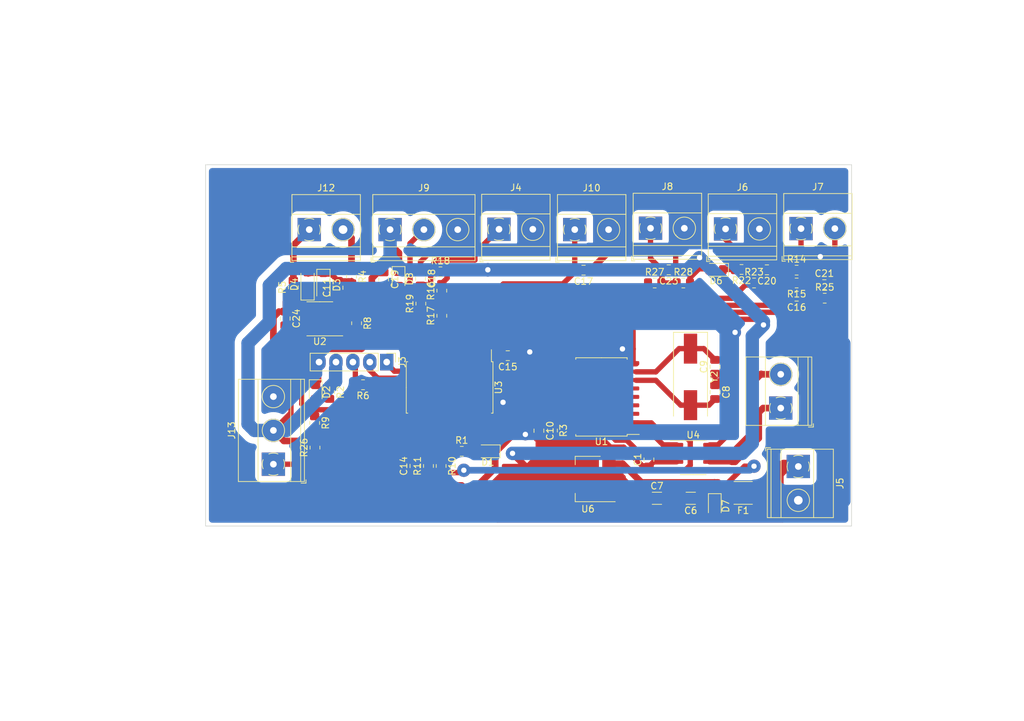
<source format=kicad_pcb>
(kicad_pcb (version 20221018) (generator pcbnew)
  (layers (0 "F.Cu" signal) (31 "B.Cu" signal) (34 "B.Paste" user) (35 "F.Paste" user) (36 "B.SilkS" user "B.Silkscreen") (37 "F.SilkS" user "F.Silkscreen") (38 "B.Mask" user) (39 "F.Mask" user) (44 "Edge.Cuts" user))
  (net 0 "")
  (net 1 "5V")
  (net 2 "Net-(U1-OSC2)")
  (net 3 "Net-(U1-OSC1)")
  (net 4 "Net-(D3-K)")
  (net 5 "Net-(D2-A)")
  (net 6 "Net-(J10-Pin_1)")
  (net 7 "Net-(J4-Pin_1)")
  (net 8 "Net-(J6-Pin_1)")
  (net 9 "Net-(D6-K)")
  (net 10 "12V")
  (net 11 "UART RX")
  (net 12 "UART TX")
  (net 13 "CANH")
  (net 14 "CANHL")
  (net 15 "MISO")
  (net 16 "SCK")
  (net 17 "MOSI")
  (net 18 "Net-(J12-Pin_1)")
  (net 19 "Net-(J12-Pin_2)")
  (net 20 "Net-(U1-~{RESET})")
  (net 21 "Net-(U1-TXCAN)")
  (net 22 "Net-(U1-RXCAN)")
  (net 31 "Engine Block")
  (net 32 "Coolant")
  (net 33 "Net-(J8-Pin_1)")
  (net 34 "Engine Batt+")
  (net 35 "Alternator B+")
  (net 36 "UDPI")
  (net 37 "Net-(U3-~{RESET}{slash}PA0)")
  (net 38 "Net-(D1-A)")
  (net 39 "PB1")
  (net 40 "PC1")
  (net 41 "PA6")
  (net 42 "PB4")
  (net 43 "PB5")
  (net 44 "PA5")
  (net 45 "PC2")
  (net 46 "PB0")
  (net 47 "PA4")
  (net 48 "PA7")
  (net 49 "PC0")
  (net 50 "PC3")
  (footprint "Resistor_SMD:R_0805_2012Metric_Pad1.20x1.40mm_HandSolder" (layer "F.Cu") (at 146.1516 89.8652)
    (fp_text reference "R1")
    (fp_text value "4K7")
  )
  (footprint "TerminalBlock_Phoenix:TerminalBlock_Phoenix_MKDS-1,5-3-5.08_1x03_P5.08mm_Horizontal" (layer "F.Cu") (at 117.8562 91.8006 90)
    (fp_text reference "J13")
    (fp_text value "1Wire")
  )
  (footprint "TerminalBlock_Phoenix:TerminalBlock_Phoenix_MKDS-1,5-2-5.08_1x02_P5.08mm_Horizontal" (layer "F.Cu") (at 123.2408 56.5404)
    (fp_text reference "J12")
    (fp_text value "Flywheel")
  )
  (footprint "Diode_SMD:D_SOD-123" (layer "F.Cu") (at 122.9868 64.77 90)
    (fp_text reference "D4")
    (fp_text value "SJ1" hide)
  )
  (footprint "Package_SO:SOIC-8_3.9x4.9mm_P1.27mm" (layer "F.Cu") (at 180.913 90.805)
    (fp_text reference "U4")
    (fp_text value "TJA1050")
  )
  (footprint "Resistor_SMD:R_0805_2012Metric_Pad1.20x1.40mm_HandSolder" (layer "F.Cu") (at 190.0482 64.5668)
    (fp_text reference "R23")
    (fp_text value "10K")
  )
  (footprint "TerminalBlock_Phoenix:TerminalBlock_Phoenix_MKDS-1,5-2-5.08_1x02_P5.08mm_Horizontal" (layer "F.Cu") (at 196.6974 92.1462 -90)
    (fp_text reference "J5")
    (fp_text value "12V In")
  )
  (footprint "Capacitor_SMD:C_0805_2012Metric_Pad1.18x1.45mm_HandSolder" (layer "F.Cu") (at 200.6092 64.8118)
    (fp_text reference "C21")
    (fp_text value "10nF")
  )
  (footprint "Capacitor_SMD:C_1206_3216Metric_Pad1.33x1.80mm_HandSolder" (layer "F.Cu") (at 180.5432 96.9264 180)
    (fp_text reference "C6")
    (fp_text value "10uF")
  )
  (footprint "Resistor_SMD:R_0805_2012Metric_Pad1.20x1.40mm_HandSolder" (layer "F.Cu") (at 142.9512 62.8904)
    (fp_text reference "R18")
    (fp_text value "4.7K" hide)
  )
  (footprint "TerminalBlock_Phoenix:TerminalBlock_Phoenix_MKDS-1,5-2-5.08_1x02_P5.08mm_Horizontal" (layer "F.Cu") (at 151.7396 56.4898)
    (fp_text reference "J4")
    (fp_text value "NTC3")
  )
  (footprint "Package_SO:SOIC-8_3.9x4.9mm_P1.27mm" (layer "F.Cu") (at 124.8298 69.9516 180)
    (fp_text reference "U2")
    (fp_text value "LM393")
  )
  (footprint "Capacitor_SMD:C_0805_2012Metric_Pad1.18x1.45mm_HandSolder" (layer "F.Cu") (at 174.2582 91.1098 90)
    (fp_text reference "C1")
    (fp_text value "100nF")
  )
  (footprint "Resistor_SMD:R_0805_2012Metric_Pad1.20x1.40mm_HandSolder" (layer "F.Cu") (at 130.3528 70.612 -90)
    (fp_text reference "R8")
    (fp_text value "220K")
  )
  (footprint "Package_TO_SOT_SMD:SOT-223-3_TabPin2" (layer "F.Cu") (at 165.1 94.0308 180)
    (fp_text reference "U6")
    (fp_text value "AMS1117-5.0")
  )
  (footprint "Capacitor_SMD:C_0805_2012Metric_Pad1.18x1.45mm_HandSolder" (layer "F.Cu") (at 153.0604 75.4888 180)
    (fp_text reference "C15")
    (fp_text value "100nF")
  )
  (footprint "TerminalBlock_Phoenix:TerminalBlock_Phoenix_MKDS-1,5-2-5.08_1x02_P5.08mm_Horizontal" (layer "F.Cu") (at 174.498 56.3372)
    (fp_text reference "J8")
    (fp_text value "NTC1")
  )
  (footprint "Package_SO:SOIC-18W_7.5x11.6mm_P1.27mm" (layer "F.Cu") (at 167.132 81.6864 180)
    (fp_text reference "U1")
    (fp_text value "MCP2515-xSO")
  )
  (footprint "Resistor_SMD:R_0805_2012Metric_Pad1.20x1.40mm_HandSolder" (layer "F.Cu") (at 120.8532 65.2272 90)
    (fp_text reference "R5")
    (fp_text value "22K")
  )
  (footprint "Resistor_SMD:R_0805_2012Metric_Pad1.20x1.40mm_HandSolder" (layer "F.Cu") (at 129.5908 63.6016 -90)
    (fp_text reference "R4")
    (fp_text value "22K")
  )
  (footprint "Resistor_SMD:R_0805_2012Metric_Pad1.20x1.40mm_HandSolder" (layer "F.Cu") (at 141.1478 92.0656 90)
    (fp_text reference "R11")
    (fp_text value "47K")
  )
  (footprint "Resistor_SMD:R_0805_2012Metric_Pad1.20x1.40mm_HandSolder" (layer "F.Cu") (at 200.66 66.8528)
    (fp_text reference "R25")
    (fp_text value "10K")
  )
  (footprint "Connector_PinHeader_2.54mm:PinHeader_1x05_P2.54mm_Vertical" (layer "F.Cu") (at 134.874 76.454 -90)
    (fp_text reference "J3")
    (fp_text value "Attiny UDPI")
  )
  (footprint "Resistor_SMD:R_0805_2012Metric_Pad1.20x1.40mm_HandSolder" (layer "F.Cu") (at 188.1686 62.5348 180)
    (fp_text reference "R22")
    (fp_text value "1K")
  )
  (footprint "Package_SO:SOIC-20W_7.5x12.8mm_P1.27mm" (layer "F.Cu") (at 144.3228 80.264 -90)
    (fp_text reference "U3")
    (fp_text value "ATtiny3226-S")
  )
  (footprint "Crystal:Crystal_SMD_HC49-SD" (layer "F.Cu") (at 180.5045 78.681 -90)
    (fp_text reference "Y2")
    (fp_text value " HC-49 16MHz")
  )
  (footprint "TerminalBlock_Phoenix:TerminalBlock_Phoenix_MKDS-1,5-2-5.08_1x02_P5.08mm_Horizontal" (layer "F.Cu") (at 185.7706 56.439)
    (fp_text reference "J6")
    (fp_text value "FuelLevel")
  )
  (footprint "Resistor_SMD:R_0805_2012Metric_Pad1.20x1.40mm_HandSolder" (layer "F.Cu") (at 131.318 79.8576 180)
    (fp_text reference "R6")
    (fp_text value "470R")
  )
  (footprint "Resistor_SMD:R_0805_2012Metric_Pad1.20x1.40mm_HandSolder" (layer "F.Cu") (at 179.4256 64.5668)
    (fp_text reference "R28")
    (fp_text value "4.7K")
  )
  (footprint "Diode_SMD:D_0805_2012Metric_Pad1.15x1.40mm_HandSolder" (layer "F.Cu") (at 184.15 98.0948 -90)
    (fp_text reference "D7")
    (fp_text value "S1J")
  )
  (footprint "Capacitor_SMD:C_0805_2012Metric_Pad1.18x1.45mm_HandSolder" (layer "F.Cu") (at 184.1875 80.967 -90)
    (fp_text reference "C8")
    (fp_text value "18pF")
  )
  (footprint "Resistor_SMD:R_0805_2012Metric_Pad1.20x1.40mm_HandSolder" (layer "F.Cu") (at 143.1544 65.7192 90)
    (fp_text reference "R16")
    (fp_text value "4.7K")
  )
  (footprint "Capacitor_SMD:C_0805_2012Metric_Pad1.18x1.45mm_HandSolder" (layer "F.Cu") (at 139.954 63.9064 -90)
    (fp_text reference "C18")
    (fp_text value "10nF")
  )
  (footprint "TerminalBlock_Phoenix:TerminalBlock_Phoenix_MKDS-1,5-2-5.08_1x02_P5.08mm_Horizontal" (layer "F.Cu") (at 197.104 56.388)
    (fp_text reference "J7")
    (fp_text value "Engine")
  )
  (footprint "Resistor_SMD:R_0805_2012Metric_Pad1.20x1.40mm_HandSolder" (layer "F.Cu") (at 159.766 86.741 -90)
    (fp_text reference "R3")
    (fp_text value "10K")
  )
  (footprint "Capacitor_SMD:C_0805_2012Metric_Pad1.18x1.45mm_HandSolder" (layer "F.Cu") (at 134.4168 64.008 -90)
    (fp_text reference "C19")
    (fp_text value "10nF" hide)
  )
  (footprint "TerminalBlock_Phoenix:TerminalBlock_Phoenix_MKDS-1,5-2-5.08_1x02_P5.08mm_Horizontal" (layer "F.Cu") (at 194.0562 83.3678 90)
    (fp_text reference "J2" hide)
    (fp_text value "CAN")
  )
  (footprint "Diode_SMD:D_0805_2012Metric_Pad1.15x1.40mm_HandSolder" (layer "F.Cu") (at 184.3442 62.5856 180)
    (fp_text reference "D6")
    (fp_text value "S1J")
  )
  (footprint "Fuse:Fuse_1812_4532Metric_Pad1.30x3.40mm_HandSolder" (layer "F.Cu") (at 188.4172 96.1136 180)
    (fp_text reference "F1")
    (fp_text value "Polyfuse")
  )
  (footprint "Resistor_SMD:R_0805_2012Metric_Pad1.20x1.40mm_HandSolder" (layer "F.Cu") (at 140.0048 67.6656 90)
    (fp_text reference "R19")
    (fp_text value "10K")
  )
  (footprint "Capacitor_SMD:C_0805_2012Metric_Pad1.18x1.45mm_HandSolder" (layer "F.Cu") (at 157.734 86.7664 -90)
    (fp_text reference "C10")
    (fp_text value "100nF")
  )
  (footprint "LED_SMD:LED_0805_2012Metric_Pad1.15x1.40mm_HandSolder" (layer "F.Cu") (at 124.206 80.9662 -90)
    (fp_text reference "D2")
    (fp_text value "LED")
  )
  (footprint "Capacitor_SMD:C_1206_3216Metric_Pad1.33x1.80mm_HandSolder" (layer "F.Cu") (at 175.4632 96.9264)
    (fp_text reference "C7")
    (fp_text value "10uF")
  )
  (footprint "Capacitor_SMD:C_0805_2012Metric_Pad1.18x1.45mm_HandSolder" (layer "F.Cu") (at 177.2412 62.5856 180)
    (fp_text reference "C23")
    (fp_text value "10nF")
  )
  (footprint "Capacitor_SMD:C_0805_2012Metric_Pad1.18x1.45mm_HandSolder" (layer "F.Cu") (at 119.634 69.9008 -90)
    (fp_text reference "C24")
    (fp_text value "100nF")
  )
  (footprint "Resistor_SMD:R_0805_2012Metric_Pad1.20x1.40mm_HandSolder" (layer "F.Cu") (at 143.0528 92.0656 -90)
    (fp_text reference "R10")
    (fp_text value "100K")
  )
  (footprint "Capacitor_SMD:C_0805_2012Metric_Pad1.18x1.45mm_HandSolder" (layer "F.Cu") (at 191.9786 62.5856 180)
    (fp_text reference "C20")
    (fp_text value "10nF")
  )
  (footprint "Capacitor_SMD:C_0805_2012Metric_Pad1.18x1.45mm_HandSolder" (layer "F.Cu") (at 196.4436 66.548 180)
    (fp_text reference "C16")
    (fp_text value "1nF")
  )
  (footprint "TerminalBlock_Phoenix:TerminalBlock_Phoenix_MKDS-1,5-3-5.08_1x03_P5.08mm_Horizontal" (layer "F.Cu") (at 135.382 56.5404)
    (fp_text reference "J9")
    (fp_text value "Oil Pressure")
  )
  (footprint "Capacitor_SMD:C_0805_2012Metric_Pad1.18x1.45mm_HandSolder" (layer "F.Cu") (at 184.1875 77.157 90)
    (fp_text reference "C9")
    (fp_text value "18pF")
  )
  (footprint "Capacitor_SMD:C_0805_2012Metric_Pad1.18x1.45mm_HandSolder" (layer "F.Cu") (at 164.4396 62.6364 180)
    (fp_text reference "C17")
    (fp_text value "10nF")
  )
  (footprint "LED_SMD:LED_0805_2012Metric_Pad1.15x1.40mm_HandSolder" (layer "F.Cu") (at 150.0632 89.8652 180)
    (fp_text reference "D1")
    (fp_text value "LED")
  )
  (footprint "Resistor_SMD:R_0805_2012Metric_Pad1.20x1.40mm_HandSolder" (layer "F.Cu") (at 143.1544 69.4944 90)
    (fp_text reference "R17")
    (fp_text value "10K")
  )
  (footprint "Resistor_SMD:R_0805_2012Metric_Pad1.20x1.40mm_HandSolder" (layer "F.Cu") (at 196.4436 64.5668 180)
    (fp_text reference "R15")
    (fp_text value "47K")
  )
  (footprint "Diode_SMD:D_SOD-123" (layer "F.Cu") (at 125.3744 64.8716 -90)
    (fp_text reference "D3")
    (fp_text value "SJ1")
  )
  (footprint "Capacitor_SMD:C_0805_2012Metric_Pad1.18x1.45mm_HandSolder" (layer "F.Cu") (at 139.1158 92.0656 90)
    (fp_text reference "C14")
    (fp_text value "1nF")
  )
  (footprint "Resistor_SMD:R_0805_2012Metric_Pad1.20x1.40mm_HandSolder" (layer "F.Cu") (at 126.2888 80.9752 -90)
    (fp_text reference "R2")
    (fp_text value "4K7")
  )
  (footprint "Resistor_SMD:R_0805_2012Metric_Pad1.20x1.40mm_HandSolder" (layer "F.Cu") (at 124.0536 85.598 -90)
    (fp_text reference "R9")
    (fp_text value "10K")
  )
  (footprint "TerminalBlock_Phoenix:TerminalBlock_Phoenix_MKDS-1,5-2-5.08_1x02_P5.08mm_Horizontal" (layer "F.Cu") (at 163.1188 56.5404)
    (fp_text reference "J10")
    (fp_text value "NTC2")
  )
  (footprint "Diode_SMD:D_0805_2012Metric_Pad1.15x1.40mm_HandSolder" (layer "F.Cu") (at 136.652 63.9572 -90)
    (fp_text reference "D8")
    (fp_text value "S1J")
  )
  (footprint "Capacitor_SMD:C_0805_2012Metric_Pad1.18x1.45mm_HandSolder" (layer "F.Cu") (at 127.5588 65.278 90)
    (fp_text reference "C11")
    (fp_text value "470nF")
  )
  (footprint "Resistor_SMD:R_0805_2012Metric_Pad1.20x1.40mm_HandSolder" (layer "F.Cu") (at 124.1044 89.3064 90)
    (fp_text reference "R26")
    (fp_text value "4K7" hide)
  )
  (footprint "Resistor_SMD:R_0805_2012Metric_Pad1.20x1.40mm_HandSolder" (layer "F.Cu") (at 175.1236 64.5668)
    (fp_text reference "R27")
    (fp_text value "10K")
  )
  (footprint "Resistor_SMD:R_0805_2012Metric_Pad1.20x1.40mm_HandSolder" (layer "F.Cu") (at 196.4436 62.6364)
    (fp_text reference "R14")
    (fp_text value "100K")
  )
  (gr_rect (start 107.6706 46.7868) (end 204.6986 101.092) (stroke (width 0.1)) (fill none) (layer "Edge.Cuts"))
  (gr_text "N2K Engine Monitor (c) Me 2024" (at 108.9152 98.9076) (layer "F.Cu") (effects (font (size 1.5 1.5) (thickness 0.3) bold) (justify left bottom)))
  (segment (start 119.4015 71.1708) (end 119.634 70.9383) (width 0.8) (layer "F.Cu") (net 1))
  (segment (start 127.1982 78.9542) (end 127.1066 78.9542) (width 1) (layer "F.Cu") (net 1))
  (segment (start 127.1066 78.9542) (end 126.1364 79.9244) (width 1) (layer "F.Cu") (net 1))
  (segment (start 158.004 87.741) (end 157.734 88.011) (width 0.5) (layer "F.Cu") (net 1))
  (segment (start 191.7192 70.612) (end 191.4652 70.866) (width 0.8) (layer "F.Cu") (net 1))
  (segment (start 168.25 94.0308) (end 161.95 94.0308) (width 1) (layer "F.Cu") (net 1))
  (segment (start 160.3756 94.0308) (end 157.734 91.3892) (width 1) (layer "F.Cu") (net 1))
  (segment (start 120.4976 72.1868) (end 120.4976 84.0792) (width 0.8) (layer "F.Cu") (net 1))
  (segment (start 136.7028 62.8814) (end 136.652 62.9322) (width 1) (layer "F.Cu") (net 1))
  (segment (start 181.7624 62.4332) (end 183.2774 62.4332) (width 0.8) (layer "F.Cu") (net 1))
  (segment (start 150.0378 75.614) (end 150.0378 74.4982) (width 0.8) (layer "F.Cu") (net 1))
  (segment (start 160.163 87.741) (end 160.909 86.995) (width 0.5) (layer "F.Cu") (net 1))
  (segment (start 119.4015 72.0852) (end 119.4015 71.1708) (width 0.8) (layer "F.Cu") (net 1))
  (segment (start 120.8278 71.8566) (end 120.4976 72.1868) (width 0.8) (layer "F.Cu") (net 1))
  (segment (start 136.7028 60.0456) (end 136.7028 62.8814) (width 1) (layer "F.Cu") (net 1))
  (segment (start 120.8278 71.8566) (end 120.5992 72.0852) (width 0.8) (layer "F.Cu") (net 1))
  (segment (start 161.95 94.0308) (end 160.3756 94.0308) (width 1) (layer "F.Cu") (net 1))
  (segment (start 161.036 86.868) (end 160.909 86.995) (width 0.8) (layer "F.Cu") (net 1))
  (segment (start 149.7584 62.8904) (end 150.0632 62.5856) (width 0.8) (layer "F.Cu") (net 1))
  (segment (start 150.0378 74.4982) (end 154.5168 70.0192) (width 0.8) (layer "F.Cu") (net 1))
  (segment (start 190.6184 70.0192) (end 191.4652 70.866) (width 0.8) (layer "F.Cu") (net 1))
  (segment (start 150.0378 75.614) (end 151.8977 75.614) (width 0.8) (layer "F.Cu") (net 1))
  (segment (start 181.864 60.7568) (end 181.864 62.3316) (width 0.8) (layer "F.Cu") (net 1))
  (segment (start 120.4976 84.0792) (end 117.8562 86.7206) (width 0.8) (layer "F.Cu") (net 1))
  (segment (start 122.3548 71.8566) (end 120.8278 71.8566) (width 0.8) (layer "F.Cu") (net 1))
  (segment (start 154.5168 70.0192) (end 190.6184 70.0192) (width 0.8) (layer "F.Cu") (net 1))
  (segment (start 174.9655 91.44) (end 174.2582 92.1473) (width 0.8) (layer "F.Cu") (net 1))
  (segment (start 124.1044 88.3064) (end 119.442 88.3064) (width 1) (layer "F.Cu") (net 1))
  (segment (start 119.442 88.3064) (end 117.8562 86.7206) (width 1) (layer "F.Cu") (net 1))
  (segment (start 157.734 91.3892) (end 157.734 87.8039) (width 1) (layer "F.Cu") (net 1))
  (segment (start 136.4996 62.7798) (end 136.652 62.9322) (width 0.8) (layer "F.Cu") (net 1))
  (segment (start 127.1982 78.9542) (end 127.1982 76.6064) (width 1) (layer "F.Cu") (net 1))
  (segment (start 135.382 58.7248) (end 136.7028 60.0456) (width 1) (layer "F.Cu") (net 1))
  (segment (start 151.8977 75.614) (end 152.0229 75.4888) (width 0.8) (layer "F.Cu") (net 1))
  (segment (start 159.766 87.741) (end 160.163 87.741) (width 0.5) (layer "F.Cu") (net 1))
  (segment (start 180.4256 63.77) (end 181.7624 62.4332) (width 0.8) (layer "F.Cu") (net 1))
  (segment (start 161.2638 89.2388) (end 159.766 87.741) (width 0.8) (layer "F.Cu") (net 1))
  (segment (start 143.9512 63.8368) (end 143.1544 64.6336) (width 0.8) (layer "F.Cu") (net 1))
  (segment (start 170.468 89.2388) (end 161.2638 89.2388) (width 0.8) (layer "F.Cu") (net 1))
  (segment (start 135.382 56.5404) (end 135.382 58.7248) (width 1) (layer "F.Cu") (net 1))
  (segment (start 120.5992 72.0852) (end 119.4015 72.0852) (width 0.8) (layer "F.Cu") (net 1))
  (segment (start 143.9512 62.8904) (end 149.7584 62.8904) (width 0.8) (layer "F.Cu") (net 1))
  (segment (start 173.3257 92.1473) (end 173.3257 92.0965) (width 0.8) (layer "F.Cu") (net 1))
  (segment (start 170.2816 94.0308) (end 168.25 94.0308) (width 1) (layer "F.Cu") (net 1))
  (segment (start 173.3257 92.0965) (end 170.468 89.2388) (width 0.8) (layer "F.Cu") (net 1))
  (segment (start 161.95 94.0308) (end 157.6324 94.0308) (width 1) (layer "F.Cu") (net 1))
  (segment (start 178.438 91.44) (end 174.9655 91.44) (width 0.8) (layer "F.Cu") (net 1))
  (segment (start 183.2774 62.4332) (end 183.3282 62.484) (width 0.8) (layer "F.Cu") (net 1))
  (segment (start 124.0536 86.598) (end 124.0536 88.2556) (width 1) (layer "F.Cu") (net 1))
  (segment (start 181.864 62.3316) (end 181.7624 62.4332) (width 0.8) (layer "F.Cu") (net 1))
  (segment (start 162.482 86.868) (end 161.036 86.868) (width 0.8) (layer "F.Cu") (net 1))
  (segment (start 159.766 87.741) (end 158.004 87.741) (width 0.5) (layer "F.Cu") (net 1))
  (segment (start 180.4256 64.5668) (end 180.4256 63.77) (width 0.8) (layer "F.Cu") (net 1))
  (segment (start 143.9512 62.8904) (end 143.9512 63.8368) (width 0.8) (layer "F.Cu") (net 1))
  (segment (start 157.6324 94.0308) (end 153.7716 90.17) (width 1) (layer "F.Cu") (net 1))
  (segment (start 173.3257 92.1473) (end 174.2582 92.1473) (width 1) (layer "F.Cu") (net 1))
  (segment (start 173.1772 96.9264) (end 170.2816 94.0308) (width 1) (layer "F.Cu") (net 1))
  (segment (start 124.0536 88.2556) (end 124.1044 88.3064) (width 1) (layer "F.Cu") (net 1))
  (via (at 181.864 60.7568) (size 2) (drill 0.8) (layers "F.Cu" "B.Cu") (net 1))
  (via (at 153.7716 90.17) (size 2) (drill 0.8) (layers "F.Cu" "B.Cu") (net 1))
  (via (at 150.0632 62.5856) (size 2) (drill 0.8) (layers "F.Cu" "B.Cu") (net 1))
  (via (at 191.4652 70.866) (size 1.8) (drill 0.8) (layers "F.Cu" "B.Cu") (net 1))
  (segment (start 189.7888 72.5424) (end 191.4652 70.866) (width 2) (layer "B.Cu") (net 1))
  (segment (start 114.4524 86.1568) (end 115.0162 86.7206) (width 2) (layer "B.Cu") (net 1))
  (segment (start 117.2464 64.9224) (end 117.2464 70.4088) (width 2) (layer "B.Cu") (net 1))
  (segment (start 153.7716 90.17) (end 188.2648 90.17) (width 2) (layer "B.Cu") (net 1))
  (segment (start 114.046 73.6092) (end 114.046 85.7504) (width 2) (layer "B.Cu") (net 1))
  (segment (start 117.2464 70.4088) (end 114.046 73.6092) (width 2) (layer "B.Cu") (net 1))
  (segment (start 127.1982 79.3546) (end 119.8322 86.7206) (width 2) (layer "B.Cu") (net 1))
  (segment (start 127.1982 76.6064) (end 127.1982 77.3786) (width 1) (layer "B.Cu") (net 1))
  (segment (start 119.8322 86.7206) (end 117.8562 86.7206) (width 2) (layer "B.Cu") (net 1))
  (segment (start 150.0632 62.5856) (end 137.2108 62.5856) (width 2) (layer "B.Cu") (net 1))
  (segment (start 180.0352 62.5856) (end 150.0632 62.5856) (width 2) (layer "B.Cu") (net 1))
  (segment (start 188.2648 90.17) (end 189.7888 88.646) (width 2) (layer "B.Cu") (net 1))
  (segment (start 181.864 60.7568) (end 180.0352 62.5856) (width 2) (layer "B.Cu") (net 1))
  (segment (start 189.7888 88.646) (end 189.7888 72.5424) (width 2) (layer "B.Cu") (net 1))
  (segment (start 181.864 60.7568) (end 191.4652 70.358) (width 2) (layer "B.Cu") (net 1))
  (segment (start 181.356 61.2648) (end 181.864 60.7568) (width 2) (layer "B.Cu") (net 1))
  (segment (start 191.4652 70.866) (end 191.8208 70.5104) (width 1) (layer "B.Cu") (net 1))
  (segment (start 135.382 60.7568) (end 133.7564 62.3824) (width 2) (layer "B.Cu") (net 1))
  (segment (start 119.7864 62.3824) (end 117.2464 64.9224) (width 2) (layer "B.Cu") (net 1))
  (segment (start 191.4652 70.358) (end 191.4652 70.866) (width 0.8) (layer "B.Cu") (net 1))
  (segment (start 135.382 60.7568) (end 135.382 56.5404) (width 2) (layer "B.Cu") (net 1))
  (segment (start 127.1982 77.3786) (end 127.1982 79.3546) (width 2) (layer "B.Cu") (net 1))
  (segment (start 114.046 85.7504) (end 114.4524 86.1568) (width 2) (layer "B.Cu") (net 1))
  (segment (start 137.2108 62.5856) (end 135.382 60.7568) (width 2) (layer "B.Cu") (net 1))
  (segment (start 133.7564 62.3824) (end 119.7864 62.3824) (width 2) (layer "B.Cu") (net 1))
  (segment (start 115.0162 86.7206) (end 117.8562 86.7206) (width 2) (layer "B.Cu") (net 1))
  (segment (start 175.2975 79.189) (end 179.0395 82.931) (width 0.8) (layer "F.Cu") (net 2))
  (segment (start 180.5045 82.931) (end 183.261 82.931) (width 0.8) (layer "F.Cu") (net 2))
  (segment (start 183.261 82.931) (end 184.1875 82.0045) (width 0.8) (layer "F.Cu") (net 2))
  (segment (start 179.0395 82.931) (end 180.5045 82.931) (width 0.8) (layer "F.Cu") (net 2))
  (segment (start 172.3275 79.189) (end 175.2975 79.189) (width 0.8) (layer "F.Cu") (net 2))
  (segment (start 175.2975 77.919) (end 172.3275 77.919) (width 0.8) (layer "F.Cu") (net 3))
  (segment (start 182.499 74.431) (end 184.1875 76.1195) (width 0.8) (layer "F.Cu") (net 3))
  (segment (start 178.7855 74.431) (end 175.2975 77.919) (width 0.8) (layer "F.Cu") (net 3))
  (segment (start 180.5045 74.431) (end 182.499 74.431) (width 0.8) (layer "F.Cu") (net 3))
  (segment (start 180.5045 74.431) (end 178.7855 74.431) (width 0.8) (layer "F.Cu") (net 3))
  (segment (start 130.3528 67.6363) (end 130.3528 69.612) (width 0.8) (layer "F.Cu") (net 4))
  (segment (start 129.8233 67.1068) (end 130.3528 67.6363) (width 0.8) (layer "F.Cu") (net 4))
  (segment (start 125.3744 63.2216) (end 126.5399 63.2216) (width 0.8) (layer "F.Cu") (net 4))
  (segment (start 127.3048 69.3166) (end 130.0574 69.3166) (width 0.8) (layer "F.Cu") (net 4))
  (segment (start 130.0574 69.3166) (end 130.3528 69.612) (width 0.8) (layer "F.Cu") (net 4))
  (segment (start 122.9868 63.12) (end 125.2728 63.12) (width 0.8) (layer "F.Cu") (net 4))
  (segment (start 123.0884 63.2216) (end 122.9868 63.12) (width 0.8) (layer "F.Cu") (net 4))
  (segment (start 129.2297 64.2405) (end 129.5908 64.6016) (width 0.8) (layer "F.Cu") (net 4))
  (segment (start 126.5399 63.2216) (end 127.5588 64.2405) (width 0.8) (layer "F.Cu") (net 4))
  (segment (start 125.2728 63.12) (end 125.3744 63.2216) (width 0.8) (layer "F.Cu") (net 4))
  (segment (start 127.5588 64.2405) (end 129.2297 64.2405) (width 0.8) (layer "F.Cu") (net 4))
  (segment (start 129.5615 64.2405) (end 129.5908 64.2112) (width 0.8) (layer "F.Cu") (net 4))
  (segment (start 129.8233 64.4437) (end 129.8233 67.1068) (width 0.8) (layer "F.Cu") (net 4))
  (segment (start 129.5908 64.2112) (end 129.8233 64.4437) (width 0.8) (layer "F.Cu") (net 4))
  (segment (start 126.2888 81.9752) (end 124.222 81.9752) (width 1) (layer "F.Cu") (net 5))
  (segment (start 124.222 81.9752) (end 124.206 81.9912) (width 1) (layer "F.Cu") (net 5))
  (segment (start 163.1188 56.5404) (end 163.1188 62.3531) (width 0.8) (layer "F.Cu") (net 6))
  (segment (start 161.3365 64.702) (end 163.4021 62.6364) (width 0.8) (layer "F.Cu") (net 6))
  (segment (start 150.388276 66.7192) (end 152.405476 64.702) (width 0.8) (layer "F.Cu") (net 6))
  (segment (start 163.4529 56.8745) (end 163.1188 56.5404) (width 0.8) (layer "F.Cu") (net 6))
  (segment (start 143.1544 66.7192) (end 150.388276 66.7192) (width 0.8) (layer "F.Cu") (net 6))
  (segment (start 152.405476 64.702) (end 161.3365 64.702) (width 0.8) (layer "F.Cu") (net 6))
  (segment (start 163.4529 56.6079) (end 163.6218 56.439) (width 0.8) (layer "F.Cu") (net 6))
  (segment (start 163.1188 62.3531) (end 163.4021 62.6364) (width 0.8) (layer "F.Cu") (net 6))
  (segment (start 143.1544 68.4944) (end 143.1544 66.6336) (width 0.8) (layer "F.Cu") (net 6))
  (segment (start 148.128 61.1124) (end 148.128 60.1014) (width 0.8) (layer "F.Cu") (net 7))
  (segment (start 140.0771 64.8208) (end 141.478 64.8208) (width 0.8) (layer "F.Cu") (net 7))
  (segment (start 141.478 63.3636) (end 141.9512 62.8904) (width 0.8) (layer "F.Cu") (net 7))
  (segment (start 140.0048 66.6656) (end 140.0048 64.9947) (width 0.8) (layer "F.Cu") (net 7))
  (segment (start 148.128 60.1014) (end 151.7396 56.4898) (width 0.8) (layer "F.Cu") (net 7))
  (segment (start 140.0048 64.9947) (end 139.954 64.9439) (width 0.8) (layer "F.Cu") (net 7))
  (segment (start 142.4432 61.1124) (end 148.128 61.1124) (width 0.8) (layer "F.Cu") (net 7))
  (segment (start 139.954 64.9439) (end 140.0771 64.8208) (width 0.8) (layer "F.Cu") (net 7))
  (segment (start 141.9512 61.6044) (end 142.4432 61.1124) (width 0.8) (layer "F.Cu") (net 7))
  (segment (start 141.9512 62.8904) (end 141.9512 61.6044) (width 0.8) (layer "F.Cu") (net 7))
  (segment (start 141.478 64.8208) (end 141.478 63.3636) (width 0.8) (layer "F.Cu") (net 7))
  (segment (start 191.0615 64.4652) (end 191.0615 62.6767) (width 0.8) (layer "F.Cu") (net 8))
  (segment (start 191.0615 62.6767) (end 190.945 62.5602) (width 0.8) (layer "F.Cu") (net 8))
  (segment (start 185.7706 56.439) (end 185.7706 58.0086) (width 0.8) (layer "F.Cu") (net 8))
  (segment (start 190.945 64.4277) (end 190.9825 64.4652) (width 0.5) (layer "F.Cu") (net 8))
  (segment (start 185.7706 58.0086) (end 189.1686 61.4066) (width 0.8) (layer "F.Cu") (net 8))
  (segment (start 190.945 62.5602) (end 189.1725 62.5602) (width 0.8) (layer "F.Cu") (net 8))
  (segment (start 190.945 62.5602) (end 190.945 64.4277) (width 0.5) (layer "F.Cu") (net 8))
  (segment (start 189.1686 62.5348) (end 189.1686 61.4066) (width 0.8) (layer "F.Cu") (net 8))
  (segment (start 187.1686 62.5348) (end 185.429 62.5348) (width 0.8) (layer "F.Cu") (net 9))
  (segment (start 185.429 62.5348) (end 185.3782 62.484) (width 0.8) (layer "F.Cu") (net 9))
  (segment (start 190.6422 96.1136) (end 190.6422 95.4718) (width 0.8) (layer "F.Cu") (net 10))
  (segment (start 193.4972 95.5548) (end 191.201 95.5548) (width 2) (layer "F.Cu") (net 10))
  (segment (start 196.6974 92.1462) (end 194.5182 92.1462) (width 2) (layer "F.Cu") (net 10))
  (segment (start 194.5182 92.1462) (end 193.4972 93.1672) (width 2) (layer "F.Cu") (net 10))
  (segment (start 193.4972 93.1672) (end 193.4972 95.5548) (width 2) (layer "F.Cu") (net 10))
  (segment (start 191.201 95.5548) (end 190.6422 96.1136) (width 1) (layer "F.Cu") (net 10))
  (segment (start 132.2782 77.6164) (end 132.2782 76.6064) (width 0.8) (layer "F.Cu") (net 11))
  (segment (start 132.2782 77.6174) (end 132.2782 76.6064) (width 0.8) (layer "F.Cu") (net 11))
  (segment (start 139.626924 78.8756) (end 133.5374 78.8756) (width 0.8) (layer "F.Cu") (net 11))
  (segment (start 141.1478 75.614) (end 141.1478 77.354724) (width 0.8) (layer "F.Cu") (net 11))
  (segment (start 141.1478 77.354724) (end 139.626924 78.8756) (width 0.8) (layer "F.Cu") (net 11))
  (segment (start 133.5374 78.8756) (end 132.2782 77.6164) (width 0.8) (layer "F.Cu") (net 11))
  (segment (start 139.9032 76.5556) (end 139.9032 77.1144) (width 0.8) (layer "F.Cu") (net 12))
  (segment (start 139.8778 76.5302) (end 139.9032 76.5556) (width 0.8) (layer "F.Cu") (net 12))
  (segment (start 136.0374 77.8256) (end 134.8182 76.6064) (width 0.8) (layer "F.Cu") (net 12))
  (segment (start 139.8778 75.614) (end 139.8778 76.5302) (width 0.8) (layer "F.Cu") (net 12))
  (segment (start 139.9032 77.1144) (end 139.192 77.8256) (width 0.8) (layer "F.Cu") (net 12))
  (segment (start 139.192 77.8256) (end 136.0374 77.8256) (width 0.8) (layer "F.Cu") (net 12))
  (segment (start 189.504 79.8376) (end 189.504 87.366234) (width 1) (layer "F.Cu") (net 13))
  (segment (start 191.1096 78.232) (end 189.504 79.8376) (width 1) (layer "F.Cu") (net 13))
  (segment (start 183.388 90.17) (end 186.152233 90.17) (width 0.8) (layer "F.Cu") (net 13))
  (segment (start 186.680234 90.19) (end 186.172233 90.19) (width 1) (layer "F.Cu") (net 13))
  (segment (start 194.0562 78.2878) (end 191.1654 78.2878) (width 1) (layer "F.Cu") (net 13))
  (segment (start 189.504 87.366234) (end 186.680234 90.19) (width 1) (layer "F.Cu") (net 13))
  (segment (start 191.1654 78.2878) (end 191.1096 78.232) (width 1) (layer "F.Cu") (net 13))
  (segment (start 186.152233 90.17) (end 186.172233 90.19) (width 0.8) (layer "F.Cu") (net 13))
  (segment (start 186.69 91.44) (end 187.198 91.44) (width 1) (layer "F.Cu") (net 14))
  (segment (start 190.754 84.0232) (end 191.4094 83.3678) (width 1) (layer "F.Cu") (net 14))
  (segment (start 187.198 91.44) (end 190.754 87.884) (width 1) (layer "F.Cu") (net 14))
  (segment (start 191.4094 83.3678) (end 194.0562 83.3678) (width 1) (layer "F.Cu") (net 14))
  (segment (start 183.388 91.44) (end 186.69 91.44) (width 0.8) (layer "F.Cu") (net 14))
  (segment (start 190.754 87.884) (end 190.754 84.0232) (width 1) (layer "F.Cu") (net 14))
  (segment (start 165.6588 75.8444) (end 164.338 74.5236) (width 0.8) (layer "F.Cu") (net 15))
  (segment (start 164.4396 82.9564) (end 165.6588 81.7372) (width 0.8) (layer "F.Cu") (net 15))
  (segment (start 162.482 82.9564) (end 164.4396 82.9564) (width 0.8) (layer "F.Cu") (net 15))
  (segment (start 161.1884 74.5236) (end 156.3456 79.3664) (width 0.8) (layer "F.Cu") (net 15))
  (segment (start 151.805044 79.3664) (end 153.416 79.3664) (width 0.8) (layer "F.Cu") (net 15))
  (segment (start 165.6588 81.7372) (end 165.6588 75.8444) (width 0.8) (layer "F.Cu") (net 15))
  (segment (start 164.338 74.5236) (end 161.1884 74.5236) (width 0.8) (layer "F.Cu") (net 15))
  (segment (start 156.3456 79.3664) (end 153.416 79.3664) (width 0.8) (layer "F.Cu") (net 15))
  (segment (start 147.4978 84.914) (end 147.4978 83.673644) (width 0.8) (layer "F.Cu") (net 15))
  (segment (start 147.4978 83.673644) (end 151.805044 79.3664) (width 0.8) (layer "F.Cu") (net 15))
  (segment (start 152.239968 80.4164) (end 162.482 80.4164) (width 0.8) (layer "F.Cu") (net 16))
  (segment (start 148.7678 83.888568) (end 152.239968 80.4164) (width 0.8) (layer "F.Cu") (net 16))
  (segment (start 148.7678 84.914) (end 148.7678 83.888568) (width 0.8) (layer "F.Cu") (net 16))
  (segment (start 147.016429 86.589) (end 151.3582 86.589) (width 0.8) (layer "F.Cu") (net 17))
  (segment (start 146.2278 85.800371) (end 147.016429 86.589) (width 0.8) (layer "F.Cu") (net 17))
  (segment (start 159.258 81.6864) (end 162.482 81.6864) (width 0.8) (layer "F.Cu") (net 17))
  (segment (start 146.2278 84.914) (end 146.2278 85.800371) (width 0.8) (layer "F.Cu") (net 17))
  (segment (start 154.7368 83.2104) (end 157.734 83.2104) (width 0.8) (layer "F.Cu") (net 17))
  (segment (start 151.3582 86.589) (end 154.7368 83.2104) (width 0.8) (layer "F.Cu") (net 17))
  (segment (start 157.734 83.2104) (end 159.258 81.6864) (width 0.8) (layer "F.Cu") (net 17))
  (segment (start 120.8532 64.2272) (end 120.8532 58.928) (width 1) (layer "F.Cu") (net 18))
  (segment (start 120.8532 58.928) (end 123.2408 56.5404) (width 1) (layer "F.Cu") (net 18))
  (segment (start 129.5908 62.6016) (end 129.5908 57.8104) (width 1) (layer "F.Cu") (net 19))
  (segment (start 129.5908 57.8104) (end 128.3208 56.5404) (width 1) (layer "F.Cu") (net 19))
  (segment (start 162.482 85.598) (end 159.909 85.598) (width 0.8) (layer "F.Cu") (net 20))
  (segment (start 159.909 85.598) (end 159.766 85.741) (width 0.8) (layer "F.Cu") (net 20))
  (segment (start 178.438 88.9) (end 176.403 88.9) (width 0.8) (layer "F.Cu") (net 21))
  (segment (start 171.909 86.995) (end 171.782 86.868) (width 0.8) (layer "F.Cu") (net 21))
  (segment (start 176.403 88.9) (end 174.498 86.995) (width 0.8) (layer "F.Cu") (net 21))
  (segment (start 174.498 86.995) (end 171.909 86.995) (width 0.8) (layer "F.Cu") (net 21))
  (segment (start 180.467 88.392) (end 179.451 87.376) (width 0.8) (layer "F.Cu") (net 22))
  (segment (start 176.403 87.376) (end 174.625 85.598) (width 0.8) (layer "F.Cu") (net 22))
  (segment (start 179.451 87.376) (end 176.403 87.376) (width 0.8) (layer "F.Cu") (net 22))
  (segment (start 174.625 85.598) (end 171.782 85.598) (width 0.8) (layer "F.Cu") (net 22))
  (segment (start 179.705 92.71) (end 180.467 91.948) (width 0.8) (layer "F.Cu") (net 22))
  (segment (start 178.438 92.71) (end 179.705 92.71) (width 0.8) (layer "F.Cu") (net 22))
  (segment (start 180.467 91.948) (end 180.467 88.392) (width 0.8) (layer "F.Cu") (net 22))
  (segment (start 150.0378 84.914) (end 150.0378 84.7598) (width 0.8) (layer "F.Cu") (net 31))
  (segment (start 178.2787 62.5856) (end 178.2787 57.6365) (width 0.8) (layer "F.Cu") (net 31))
  (segment (start 141.1478 93.0656) (end 141.1478 94.107) (width 1) (layer "F.Cu") (net 31))
  (segment (start 184.15 99.1198) (end 188.7846 99.1198) (width 1) (layer "F.Cu") (net 31))
  (segment (start 121.046 66.42) (end 120.8532 66.2272) (width 0.8) (layer "F.Cu") (net 31))
  (segment (start 120.9548 69.3166) (end 120.0873 69.3166) (width 0.8) (layer "F.Cu") (net 31))
  (segment (start 186.3852 73.406) (end 186.3852 73.0504) (width 0.8) (layer "F.Cu") (net 31))
  (segment (start 154.0979 75.4888) (end 154.97615 74.61055) (width 0.8) (layer "F.Cu") (net 31))
  (segment (start 121.009 70.5138) (end 121.009 69.3708) (width 0.8) (layer "F.Cu") (net 31))
  (segment (start 177.9016 99.1616) (end 184.1082 99.1616) (width 0.8) (layer "F.Cu") (net 31))
  (segment (start 151.497769 99.592) (end 147.720484 95.814715) (width 2) (layer "F.Cu") (net 31))
  (segment (start 185.9788 79.7052) (end 185.9788 87.547566) (width 0.8) (layer "F.Cu") (net 31))
  (segment (start 134.1628 63.0428) (end 133.4516 63.0428) (width 1) (layer "F.Cu") (net 31))
  (segment (start 197.4436 64.5668) (end 197.4436 66.5105) (width 0.8) (layer "F.Cu") (net 31))
  (segment (start 184.1875 78.1945) (end 184.1875 79.9295) (width 0.8) (layer "F.Cu") (net 31))
  (segment (start 128.27 67.5132) (end 128.27 66.548) (width 0.8) (layer "F.Cu") (net 31))
  (segment (start 125.1204 69.9516) (end 125.1204 68.4784) (width 0.8) (layer "F.Cu") (net 31))
  (segment (start 117.3265 81.1109) (end 117.8562 81.6406) (width 1) (layer "F.Cu") (net 31))
  (segment (start 172.806334 90.0723) (end 174.2582 90.0723) (width 0.8) (layer "F.Cu") (net 31))
  (segment (start 141.1478 93.0656) (end 139.1533 93.0656) (width 1) (layer "F.Cu") (net 31))
  (segment (start 172.974 99.1616) (end 177.9016 99.1616) (width 1) (layer "F.Cu") (net 31))
  (segment (start 199.5717 64.8118) (end 197.6886 64.8118) (width 0.8) (layer "F.Cu") (net 31))
  (segment (start 141.6812 59.6392) (end 145.0848 59.6392) (width 0.8) (layer "F.Cu") (net 31))
  (segment (start 155.2956 74.93) (end 156.3624 74.93) (width 0.8) (layer "F.Cu") (net 31))
  (segment (start 119.634 67.4464) (end 120.8532 66.2272) (width 0.8) (layer "F.Cu") (net 31))
  (segment (start 168.402 78.1304) (end 168.402 87.3252) (width 0.8) (layer "F.Cu") (net 31))
  (segment (start 154.97615 74.61055) (end 155.2956 74.93) (width 0.8) (layer "F.Cu") (net 31))
  (segment (start 150.0378 84.7598) (end 152.2476 82.55) (width 0.8) (layer "F.Cu") (net 31))
  (segment (start 184.626366 88.9) (end 183.388 88.9) (width 0.8) (layer "F.Cu") (net 31))
  (segment (start 128.1684 66.4464) (end 128.0932 66.5216) (width 0.8) (layer "F.Cu") (net 31))
  (segment (start 151.3332 89.8652) (end 154.7876 86.4108) (width 1) (layer "F.Cu") (net 31))
  (segment (start 157.734 85.7289) (end 157.6617 85.8012) (width 0.8) (layer "F.Cu") (net 31))
  (segment (start 123.0884 66.5216) (end 122.9868 66.42) (width 0.8) (layer "F.Cu") (net 31))
  (segment (start 147.331575 96.203625) (end 151.169088 92.366112) (width 1) (layer "F.Cu") (net 31))
  (segment (start 122.3548 70.5866) (end 121.0818 70.5866) (width 0.8) (layer "F.Cu") (net 31))
  (segment (start 178.3403 90.0723) (end 178.438 90.17) (width 0.8) (layer "F.Cu") (net 31))
  (segment (start 186.3852 77.7318) (end 184.1875 79.9295) (width 0.8) (layer "F.Cu") (net 31))
  (segment (start 171.782 74.4728) (end 170.2816 74.4728) (width 1) (layer "F.Cu") (net 31))
  (segment (start 151.169088 92.366112) (end 151.169088 90.047688) (width 1) (layer "F.Cu") (net 31))
  (segment (start 121.0818 70.5866) (end 121.009 70.5138) (width 0.8) (layer "F.Cu") (net 31))
  (segment (start 154.97615 74.61055) (end 158.5175 71.0692) (width 0.8) (layer "F.Cu") (net 31))
  (segment (start 120.0873 69.3166) (end 119.634 68.8633) (width 0.8) (layer "F.Cu") (net 31))
  (segment (start 117.8562 81.6406) (end 117.8562 69.6974) (width 1) (layer "F.Cu") (net 31))
  (segment (start 178.054 99.0092) (end 177.9016 99.1616) (width 0.8) (layer "F.Cu") (net 31))
  (segment (start 186.3852 73.0504) (end 186.3852 72.7964) (width 0.8) (layer "F.Cu") (net 31))
  (segment (start 125.3744 66.5216) (end 123.0884 66.5216) (width 0.8) (layer "F.Cu") (net 31))
  (segment (start 171.782 74.4728) (end 171.782 71.7588) (width 1) (layer "F.Cu") (net 31))
  (segment (start 177.0257 96.9264) (end 178.054 96.9264) (width 0.8) (layer "F.Cu") (net 31))
  (segment (start 197.4436 66.5105) (end 197.4811 66.548) (width 0.8) (layer "F.Cu") (net 31))
  (segment (start 184.1082 99.1616) (end 184.15 99.1198) (width 0.8) (layer "F.Cu") (net 31))
  (segment (start 124.714 75.438) (end 124.714 76.454) (width 1) (layer "F.Cu") (net 31))
  (segment (start 125.1204 68.4784) (end 125.5522 68.0466) (width 0.8) (layer "F.Cu") (net 31))
  (segment (start 133.4516 63.0428) (end 132.6388 63.8556) (width 1) (layer "F.Cu") (net 31))
  (segment (start 184.1875 79.9295) (end 184.4118 79.7052) (width 0.8) (layer "F.Cu") (net 31))
  (segment (start 186.3852 73.406) (end 186.3852 77.7318) (width 0.8) (layer "F.Cu") (net 31))
  (segment (start 124.6582 79.2948) (end 124.0536 79.8994) (width 0.8) (layer "F.Cu") (net 31))
  (segment (start 168.402 87.3252) (end 169.2656 88.1888) (width 0.8) (layer "F.Cu") (net 31))
  (segment (start 199.5717 64.8118) (end 199.5717 61.0323) (width 0.8) (layer "F.Cu") (net 31))
  (segment (start 169.8244 76.708) (end 168.402 78.1304) (width 0.8) (layer "F.Cu") (net 31))
  (segment (start 190.8506 56.439) (end 193.0161 58.6045) (width 1) (layer "F.Cu") (net 31))
  (segment (start 194.3316 99.592) (end 151.497769 99.592) (width 2) (layer "F.Cu") (net 31))
  (segment (start 172.72 98.9076) (end 172.974 99.1616) (width 1) (layer "F.Cu") (net 31))
  (segment (start 171.782 76.708) (end 169.8244 76.708) (width 0.8) (layer "F.Cu") (net 31))
  (segment (start 145.542 59.182) (end 145.542 56.5404) (width 0.8) (layer "F.Cu") (net 31))
  (segment (start 169.2656 88.1888) (end 170.922834 88.1888) (width 0.8) (layer "F.Cu") (net 31))
  (segment (start 184.626366 88.9) (end 185.9788 87.547566) (width 0.8) (layer "F.Cu") (net 31))
  (segment (start 178.2787 57.6365) (end 179.578 56.3372) (width 0.8) (layer "F.Cu") (net 31))
  (segment (start 146.123951 94.996) (end 146.772775 95.644825) (width 1) (layer "F.Cu") (net 31))
  (segment (start 155.4695 85.7289) (end 157.734 85.7289) (width 1) (layer "F.Cu") (net 31))
  (segment (start 154.7876 86.4108) (end 155.702 87.3252) (width 1) (layer "F.Cu") (net 31))
  (segment (start 150.9866 89.8652) (end 151.3332 89.8652) (width 1) (layer "F.Cu") (net 31))
  (segment (start 128.0932 66.5216) (end 125.3744 66.5216) (width 0.8) (layer "F.Cu") (net 31))
  (segment (start 139.954 61.3664) (end 141.6812 59.6392) (width 0.8) (layer "F.Cu") (net 31))
  (segment (start 124.6582 76.6064) (end 124.6582 79.2948) (width 0.8) (layer "F.Cu") (net 31))
  (segment (start 184.4118 79.7052) (end 185.9788 79.7052) (width 0.8) (layer "F.Cu") (net 31))
  (segment (start 125.5522 68.0466) (end 127.3048 68.0466) (width 0.8) (layer "F.Cu") (net 31))
  (segment (start 122.3548 68.0466) (end 120.4507 68.0466) (width 0.8) (layer "F.Cu") (net 31))
  (segment (start 168.1988 59.9147) (end 165.4771 62.6364) (width 1) (layer "F.Cu") (net 31))
  (segment (start 193.0161 58.6045) (end 193.0161 62.5856) (width 1) (layer "F.Cu") (net 31))
  (segment (start 174.2582 90.0723) (end 178.3403 90.0723) (width 0.8) (layer "F.Cu") (net 31))
  (segment (start 168.25 96.3308) (end 170.1432 96.3308) (width 1) (layer "F.Cu") (net 31))
  (segment (start 119.634 68.8633) (end 119.634 67.4464) (width 0.8) (layer "F.Cu") (net 31))
  (segment (start 168.1988 56.5404) (end 168.1988 59.9147) (width 1) (layer "F.Cu") (net 31))
  (segment (start 132.6388 63.8556) (end 132.6388 72.898) (width 1) (layer "F.Cu") (net 31))
  (segment (start 127.3048 68.0466) (end 127.7366 68.0466) (width 0.8) (layer "F.Cu") (net 31))
  (segment (start 171.782 76.6064) (end 171.782 74.4728) (width 1) (layer "F.Cu") (net 31))
  (segment (start 134.2351 62.9705) (end 134.1628 63.0428) (width 1) (layer "F.Cu") (net 31))
  (segment (start 131.0828 74.454) (end 125.698 74.454) (width 1) (layer "F.Cu") (net 31))
  (segment (start 122.3548 69.3166) (end 120.9548 69.3166) (width 0.8) (layer "F.Cu") (net 31))
  (segment (start 145.0848 59.6392) (end 145.542 59.182) (width 0.8) (layer "F.Cu") (net 31))
  (segment (start 118.6903 68.8633) (end 119.634 68.8633) (width 0.8) (layer "F.Cu") (net 31))
  (segment (start 142.0368 94.996) (end 146.123951 94.996) (width 1) (layer "F.Cu") (net 31))
  (segment (start 134.4168 62.9705) (end 134.2351 62.9705) (width 1) (layer "F.Cu") (net 31))
  (segment (start 127.7366 68.0466) (end 128.27 67.5132) (width 0.8) (layer "F.Cu") (net 31))
  (segment (start 146.772775 95.644825) (end 147.331575 96.203625) (width 1) (layer "F.Cu") (net 31))
  (segment (start 147.331575 96.203625) (end 150.035551 98.9076) (width 1) (layer "F.Cu") (net 31))
  (segment (start 117.8562 69.6974) (end 118.6903 68.8633) (width 1) (layer "F.Cu") (net 31))
  (segment (start 150.035551 98.9076) (end 172.72 98.9076) (width 1) (layer "F.Cu") (net 31))
  (segment (start 178.054 96.9264) (end 178.9807 96.9264) (width 0.8) (layer "F.Cu") (net 31))
  (segment (start 170.922834 88.1888) (end 172.806334 90.0723) (width 0.8) (layer "F.Cu") (net 31))
  (segment (start 120.4507 68.0466) (end 119.634 68.8633) (width 0.8) (layer "F.Cu") (net 31))
  (segment (start 128.27 66.548) (end 128.1684 66.4464) (width 0.8) (layer "F.Cu") (net 31))
  (segment (start 139.1533 93.0656) (end 139.1158 93.1031) (width 1) (layer "F.Cu") (net 31))
  (segment (start 124.6582 76.6064) (end 124.6582 75.4938) (width 0.8) (layer "F.Cu") (net 31))
  (segment (start 170.1432 96.3308) (end 172.974 99.1616) (width 1) (layer "F.Cu") (net 31))
  (segment (start 154.7876 86.4108) (end 155.4695 85.7289) (width 1) (layer "F.Cu") (net 31))
  (segment (start 171.782 76.708) (end 172.3644 76.708) (width 0.8) (layer "F.Cu") (net 31))
  (segment (start 132.6388 72.898) (end 131.0828 74.454) (width 1) (layer "F.Cu") (net 31))
  (segment (start 151.169088 90.047688) (end 150.9866 89.8652) (width 1) (layer "F.Cu") (net 31))
  (segment (start 124.6582 75.4938) (end 125.5268 74.6252) (width 0.8) (layer "F.Cu") (net 31))
  (segment (start 121.009 69.3708) (end 120.9548 69.3166) (width 0.8) (layer "F.Cu") (net 31))
  (segment (start 196.6974 97.2262) (end 194.3316 99.592) (width 2) (layer "F.Cu") (net 31))
  (segment (start 122.9868 66.42) (end 121.046 66.42) (width 0.8) (layer "F.Cu") (net 31))
  (segment (start 139.954 62.8689) (end 139.954 61.3664) (width 0.8) (layer "F.Cu") (net 31))
  (segment (start 197.6886 64.8118) (end 197.4436 64.5668) (width 0.8) (layer "F.Cu") (net 31))
  (segment (start 186.3852 73.0504) (end 184.404 71.0692) (width 0.8) (layer "F.Cu") (net 31))
  (segment (start 127.3048 70.5866) (end 125.7554 70.5866) (width 0.8) (layer "F.Cu") (net 31))
  (segment (start 178.054 96.9264) (end 178.054 99.0092) (width 0.8) (layer "F.Cu") (net 31))
  (segment (start 125.7554 70.5866) (end 125.1204 69.9516) (width 0.8) (layer "F.Cu") (net 31))
  (segment (start 199.5717 61.0323) (end 199.9996 60.6044) (width 0.8) (layer "F.Cu") (net 31))
  (segment (start 125.698 74.454) (end 124.714 75.438) (width 1) (layer "F.Cu") (net 31))
  (segment (start 186.3852 72.7964) (end 187.198 71.9836) (width 0.8) (layer "F.Cu") (net 31))
  (segment (start 141.1478 94.107) (end 142.0368 94.996) (width 1) (layer "F.Cu") (net 31))
  (segment (start 158.5175 71.0692) (end 184.404 71.0692) (width 0.8) (layer "F.Cu") (net 31))
  (via (at 187.198 71.9836) (size 1.8) (drill 0.8) (layers "F.Cu" "B.Cu") (net 31))
  (via (at 199.9996 60.6044) (size 2) (drill 0.8) (layers "F.Cu" "B.Cu") (net 31))
  (via (at 170.2816 74.4728) (size 1.8) (drill 0.8) (layers "F.Cu" "B.Cu") (net 31))
  (via (at 152.3492 82.4992) (size 1.8) (drill 0.8) (layers "F.Cu" "B.Cu") (net 31))
  (via (at 156.3624 74.93) (size 1.8) (drill 0.8) (layers "F.Cu" "B.Cu") (net 31))
  (via (at 155.702 87.3252) (size 1.8) (drill 0.8) (layers "F.Cu" "B.Cu") (net 31))
  (segment (start 179.578 58.8036) (end 179.7812 59.0068) (width 0.8) (layer "B.Cu") (net 31))
  (segment (start 126.3904 74.2188) (end 144.0688 74.2188) (width 0.8) (layer "B.Cu") (net 31))
  (segment (start 179.7812 59.0068) (end 168.0972 59.0068) (width 1) (layer "B.Cu") (net 31))
  (segment (start 196.6974 97.2262) (end 198.6548 99.1836) (width 2) (layer "B.Cu") (net 31))
  (segment (start 168.0972 59.0068) (end 168.0972 56.642) (width 1) (layer "B.Cu") (net 31))
  (segment (start 192.3288 57.9172) (end 190.8506 56.439) (width 1) (layer "B.Cu") (net 31))
  (segment (start 199.9996 60.6044) (end 199.3392 60.6044) (width 0.8) (layer "B.Cu") (net 31))
  (segment (start 156.8196 56.4898) (end 156.8196 58.7248) (width 1) (layer "B.Cu") (net 31))
  (segment (start 124.6582 75.951) (end 126.3904 74.2188) (width 0.8) (layer "B.Cu") (net 31))
  (segment (start 192.3288 59.436) (end 192.3288 57.9172) (width 1) (layer "B.Cu") (net 31))
  (segment (start 197.195367 59.436) (end 192.3288 59.436) (width 1) (layer "B.Cu") (net 31))
  (segment (start 203.5356 65.776233) (end 198.851483 61.092117) (width 1) (layer "B.Cu") (net 31))
  (segment (start 201.6446 99.1836) (end 203.5356 97.2926) (width 2) (layer "B.Cu") (net 31))
  (segment (start 203.5356 73.66) (end 203.5356 93.0148) (width 2) (layer "B.Cu") (net 31))
  (segment (start 179.578 56.3372) (end 179.578 58.8036) (width 0.8) (layer "B.Cu") (net 31))
  (segment (start 117.8562 81.6406) (end 119.624 81.6406) (width 1) (layer "B.Cu") (net 31))
  (segment (start 165.2244 59.0068) (end 165.1 59.1312) (width 1) (layer "B.Cu") (net 31))
  (segment (start 199.3392 60.6044) (end 198.851483 61.092117) (width 0.8) (layer "B.Cu") (net 31))
  (segment (start 156.8196 58.7248) (end 157.226 59.1312) (width 1) (layer "B.Cu") (net 31))
  (segment (start 198.6548 99.1836) (end 201.6446 99.1836) (width 2) (layer "B.Cu") (net 31))
  (segment (start 148.1328 59.1312) (end 145.542 56.5404) (width 1) (layer "B.Cu") (net 31))
  (segment (start 191.8996 59.0068) (end 179.7812 59.0068) (width 1) (layer "B.Cu") (net 31))
  (segment (start 165.1 59.1312) (end 157.226 59.1312) (width 1) (layer "B.Cu") (net 31))
  (segment (start 192.3288 59.436) (end 191.8996 59.0068) (width 1) (layer "B.Cu") (net 31))
  (segment (start 203.5356 65.776233) (end 203.5356 73.66) (width 0.8) (layer "B.Cu") (net 31))
  (segment (start 198.851483 61.092117) (end 197.195367 59.436) (width 1) (layer "B.Cu") (net 31))
  (segment (start 168.0972 59.0068) (end 165.2244 59.0068) (width 1) (layer "B.Cu") (net 31))
  (segment (start 119.624 81.6406) (end 124.6582 76.6064) (width 1) (layer "B.Cu") (net 31))
  (segment (start 203.5356 97.2926) (end 203.5356 93.0148) (width 2) (layer "B.Cu") (net 31))
  (segment (start 168.0972 56.642) (end 168.1988 56.5404) (width 1) (layer "B.Cu") (net 31))
  (segment (start 144.0688 74.2188) (end 152.3492 82.4992) (width 0.8) (layer "B.Cu") (net 31))
  (segment (start 157.226 59.1312) (end 148.1328 59.1312) (width 1) (layer "B.Cu") (net 31))
  (segment (start 124.6582 76.6064) (end 124.6582 75.951) (width 0.8) (layer "B.Cu") (net 31))
  (segment (start 201.66 66.8528) (end 201.66 64.8251) (width 0.8) (layer "F.Cu") (net 32))
  (segment (start 201.6893 56.8827) (end 202.184 56.388) (width 0.8) (layer "F.Cu") (net 32))
  (segment (start 201.6467 64.8118) (end 201.6467 62.7208) (width 0.8) (layer "F.Cu") (net 32))
  (segment (start 202.184 62.1835) (end 202.184 56.388) (width 0.8) (layer "F.Cu") (net 32))
  (segment (start 201.6467 62.7208) (end 202.184 62.1835) (width 0.8) (layer "F.Cu") (net 32))
  (segment (start 201.66 64.8251) (end 201.6467 64.8118) (width 0.8) (layer "F.Cu") (net 32))
  (segment (start 176.2037 62.5856) (end 176.2037 64.4867) (width 0.8) (layer "F.Cu") (net 33))
  (segment (start 174.498 60.8799) (end 176.2037 62.5856) (width 0.8) (layer "F.Cu") (net 33))
  (segment (start 174.498 56.3372) (end 174.498 60.8799) (width 0.8) (layer "F.Cu") (net 33))
  (segment (start 176.1236 64.5668) (end 178.4256 64.5668) (width 0.8) (layer "F.Cu") (net 33))
  (segment (start 176.2037 64.4867) (end 176.1236 64.5668) (width 0.8) (layer "F.Cu") (net 33))
  (segment (start 182.5629 96.9264) (end 184.0066 96.9264) (width 1) (layer "F.Cu") (net 34))
  (segment (start 184.15 97.0698) (end 184.15 94.5896) (width 1) (layer "F.Cu") (net 34))
  (segment (start 143.0528 93.0656) (end 146.1008 93.0656) (width 0.8) (layer "F.Cu") (net 34))
  (segment (start 184.0066 96.9264) (end 184.15 97.0698) (width 1) (layer "F.Cu") (net 34))
  (segment (start 188.6204 92.1004) (end 186.1922 94.5286) (width 0.8) (layer "F.Cu") (net 34))
  (segment (start 168.25 91.7308) (end 170.3184 91.7308) (width 1) (layer "F.Cu") (net 34))
  (segment (start 170.3184 91.7308) (end 173.1264 94.5388) (width 1) (layer "F.Cu") (net 34))
  (segment (start 184.15 94.5896) (end 184.0992 94.5388) (width 1) (layer "F.Cu") (net 34))
  (segment (start 186.1922 94.5286) (end 186.1922 96.1136) (width 0.8) (layer "F.Cu") (net 34))
  (segment (start 173.1264 94.5388) (end 184.0992 94.5388) (width 1) (layer "F.Cu") (net 34))
  (segment (start 184.0992 94.5388) (end 184.6174 94.5388) (width 1) (layer "F.Cu") (net 34))
  (segment (start 190.0428 92.1004) (end 188.6204 92.1004) (width 0.8) (layer "F.Cu") (net 34))
  (segment (start 184.6174 94.5388) (end 186.1922 96.1136) (width 1) (layer "F.Cu") (net 34))
  (segment (start 146.1008 93.0656) (end 146.4564 92.71) (width 0.8) (layer "F.Cu") (net 34))
  (via (at 146.4564 92.71) (size 2) (drill 0.8) (layers "F.Cu" "B.Cu") (net 34))
  (via (at 190.0428 92.1004) (size 2) (drill 0.8) (layers "F.Cu" "B.Cu") (net 34))
  (segment (start 189.4332 92.71) (end 190.0428 92.1004) (width 0.8) (layer "B.Cu") (net 34))
  (segment (start 146.4564 92.71) (end 189.4332 92.71) (width 1) (layer "B.Cu") (net 34))
  (segment (start 197.104 56.388) (end 197.104 62.2968) (width 0.8) (layer "F.Cu") (net 35))
  (segment (start 197.4436 56.7276) (end 197.104 56.388) (width 0.8) (layer "F.Cu") (net 35))
  (segment (start 197.104 62.2968) (end 197.4436 62.6364) (width 0.8) (layer "F.Cu") (net 35))
  (segment (start 130.1656 80.0608) (end 130.1656 77.0338) (width 0.8) (layer "F.Cu") (net 36))
  (segment (start 130.1656 77.0338) (end 129.7382 76.6064) (width 0.8) (layer "F.Cu") (net 36))
  (segment (start 142.7144 79.9256) (end 132.3008 79.9256) (width 0.8) (layer "F.Cu") (net 37))
  (segment (start 144.9578 82.169) (end 142.7144 79.9256) (width 0.8) (layer "F.Cu") (net 37))
  (segment (start 132.3008 79.9256) (end 132.1656 80.0608) (width 0.8) (layer "F.Cu") (net 37))
  (segment (start 144.9578 84.914) (end 144.9578 82.169) (width 0.8) (layer "F.Cu") (net 37))
  (segment (start 148.8858 89.8144) (end 148.9366 89.8652) (width 0.8) (layer "F.Cu") (net 38))
  (segment (start 147.1676 89.8144) (end 148.8858 89.8144) (width 0.8) (layer "F.Cu") (net 38))
  (segment (start 137.9638 64.9822) (end 138.3792 64.5668) (width 0.8) (layer "F.Cu") (net 39))
  (segment (start 134.4801 64.9822) (end 134.4168 65.0455) (width 0.8) (layer "F.Cu") (net 39))
  (segment (start 136.6012 65.033) (end 136.652 64.9822) (width 0.8) (layer "F.Cu") (net 39))
  (segment (start 138.6078 73.8886) (end 136.6012 71.882) (width 0.8) (layer "F.Cu") (net 39))
  (segment (start 136.652 64.9822) (end 137.9638 64.9822) (width 0.8) (layer "F.Cu") (net 39))
  (segment (start 138.3792 64.5668) (end 138.3792 58.6232) (width 0.8) (layer "F.Cu") (net 39))
  (segment (start 136.652 64.9822) (end 134.4801 64.9822) (width 0.8) (layer "F.Cu") (net 39))
  (segment (start 136.6012 71.882) (end 136.6012 65.033) (width 0.8) (layer "F.Cu") (net 39))
  (segment (start 138.6078 75.614) (end 138.6078 73.8886) (width 0.8) (layer "F.Cu") (net 39))
  (segment (start 138.3792 58.6232) (end 140.462 56.5404) (width 0.8) (layer "F.Cu") (net 39))
  (segment (start 125.238 90.3064) (end 124.1044 90.3064) (width 0.8) (layer "F.Cu") (net 40))
  (segment (start 126.2888 89.2556) (end 125.238 90.3064) (width 0.8) (layer "F.Cu") (net 40))
  (segment (start 141.1478 83.552324) (end 140.075138 82.479662) (width 0.8) (layer "F.Cu") (net 40))
  (segment (start 121.4578 91.8006) (end 122.952 90.3064) (width 0.8) (layer "F.Cu") (net 40))
  (segment (start 117.8562 91.8006) (end 121.4578 91.8006) (width 0.8) (layer "F.Cu") (net 40))
  (segment (start 126.2888 86.320924) (end 126.2888 89.2556) (width 0.8) (layer "F.Cu") (net 40))
  (segment (start 141.1478 84.914) (end 141.1478 83.552324) (width 0.8) (layer "F.Cu") (net 40))
  (segment (start 140.075138 82.479662) (end 130.130062 82.479662) (width 0.8) (layer "F.Cu") (net 40))
  (segment (start 122.952 90.3064) (end 124.1044 90.3064) (width 0.8) (layer "F.Cu") (net 40))
  (segment (start 130.130062 82.479662) (end 126.2888 86.320924) (width 0.8) (layer "F.Cu") (net 40))
  (segment (start 146.2278 73.853428) (end 153.212028 66.8692) (width 0.8) (layer "F.Cu") (net 41))
  (segment (start 186.7458 66.8692) (end 189.0482 64.5668) (width 0.8) (layer "F.Cu") (net 41))
  (segment (start 153.212028 66.8692) (end 186.7458 66.8692) (width 0.8) (layer "F.Cu") (net 41))
  (segment (start 146.2278 75.614) (end 146.2278 73.853428) (width 0.8) (layer "F.Cu") (net 41))
  (segment (start 141.5288 73.406) (end 140.0556 71.9328) (width 0.8) (layer "F.Cu") (net 42))
  (segment (start 142.4178 74.79834) (end 142.494 74.72214) (width 0.8) (layer "F.Cu") (net 42))
  (segment (start 142.494 74.72214) (end 142.494 73.406) (width 0.8) (layer "F.Cu") (net 42))
  (segment (start 142.4178 75.614) (end 142.4178 74.79834) (width 0.8) (layer "F.Cu") (net 42))
  (segment (start 142.494 73.406) (end 141.5288 73.406) (width 0.8) (layer "F.Cu") (net 42))
  (segment (start 140.0556 71.9328) (end 140.0556 68.7164) (width 0.8) (layer "F.Cu") (net 42))
  (segment (start 140.0556 68.7164) (end 140.0048 68.6656) (width 0.8) (layer "F.Cu") (net 42))
  (segment (start 143.6878 72.4154) (end 143.1544 71.882) (width 0.8) (layer "F.Cu") (net 43))
  (segment (start 143.6878 75.614) (end 143.6878 72.4154) (width 0.8) (layer "F.Cu") (net 43))
  (segment (start 143.1544 71.882) (end 143.1544 70.4944) (width 0.8) (layer "F.Cu") (net 43))
  (segment (start 195.4436 66.5105) (end 195.4061 66.548) (width 0.8) (layer "F.Cu") (net 44))
  (segment (start 147.4978 74.068352) (end 153.646952 67.9192) (width 0.8) (layer "F.Cu") (net 44))
  (segment (start 195.4436 62.6364) (end 195.4436 64.5668) (width 0.8) (layer "F.Cu") (net 44))
  (segment (start 147.4978 75.614) (end 147.4978 74.068352) (width 0.8) (layer "F.Cu") (net 44))
  (segment (start 195.4436 64.5668) (end 195.4436 66.5105) (width 0.8) (layer "F.Cu") (net 44))
  (segment (start 153.646952 67.9192) (end 194.0349 67.9192) (width 0.8) (layer "F.Cu") (net 44))
  (segment (start 194.0349 67.9192) (end 195.4061 66.548) (width 0.8) (layer "F.Cu") (net 44))
  (segment (start 129.714 81.4108) (end 140.4912 81.4108) (width 0.8) (layer "F.Cu") (net 45))
  (segment (start 140.4912 81.4108) (end 142.4178 83.3374) (width 0.8) (layer "F.Cu") (net 45))
  (segment (start 127.3048 71.8566) (end 130.1082 71.8566) (width 0.8) (layer "F.Cu") (net 45))
  (segment (start 124.0536 84.598) (end 124.0536 83.7692) (width 1) (layer "F.Cu") (net 45))
  (segment (start 122.1232 82.7532) (end 122.9868 83.6168) (width 0.8) (layer "F.Cu") (net 45))
  (segment (start 122.9868 83.6168) (end 127.508 83.6168) (width 0.8) (layer "F.Cu") (net 45))
  (segment (start 128.6608 73.304) (end 124.7492 73.304) (width 0.8) (layer "F.Cu") (net 45))
  (segment (start 124.7492 73.304) (end 122.1232 75.93) (width 0.8) (layer "F.Cu") (net 45))
  (segment (start 122.1232 75.93) (end 122.1232 82.7532) (width 0.8) (layer "F.Cu") (net 45))
  (segment (start 142.4178 83.3374) (end 142.4178 84.914) (width 0.8) (layer "F.Cu") (net 45))
  (segment (start 127.508 83.6168) (end 129.714 81.4108) (width 0.8) (layer "F.Cu") (net 45))
  (segment (start 130.3528 71.612) (end 128.6608 73.304) (width 0.8) (layer "F.Cu") (net 45))
  (segment (start 130.1082 71.8566) (end 130.3528 71.612) (width 0.8) (layer "F.Cu") (net 45))
  (segment (start 139.1533 91.0656) (end 139.1158 91.0281) (width 1) (layer "F.Cu") (net 46))
  (segment (start 141.1478 91.0656) (end 139.1533 91.0656) (width 1) (layer "F.Cu") (net 46))
  (segment (start 138.6078 84.914) (end 138.6078 90.5201) (width 0.8) (layer "F.Cu") (net 46))
  (segment (start 138.6078 90.5201) (end 139.1158 91.0281) (width 0.8) (layer "F.Cu") (net 46))
  (segment (start 143.0528 91.0656) (end 141.1478 91.0656) (width 1) (layer "F.Cu") (net 46))
  (segment (start 148.7678 75.614) (end 148.7678 74.283276) (width 0.8) (layer "F.Cu") (net 47))
  (segment (start 197.5436 68.9692) (end 199.66 66.8528) (width 0.8) (layer "F.Cu") (net 47))
  (segment (start 154.081876 68.9692) (end 197.5436 68.9692) (width 0.8) (layer "F.Cu") (net 47))
  (segment (start 148.7678 74.283276) (end 154.081876 68.9692) (width 0.8) (layer "F.Cu") (net 47))
  (segment (start 152.8404 65.752) (end 172.9384 65.752) (width 0.8) (layer "F.Cu") (net 48))
  (segment (start 144.9578 75.614) (end 144.9578 73.6346) (width 0.8) (layer "F.Cu") (net 48))
  (segment (start 144.9578 73.6346) (end 152.8404 65.752) (width 0.8) (layer "F.Cu") (net 48))
  (segment (start 172.9384 65.752) (end 174.1236 64.5668) (width 0.8) (layer "F.Cu") (net 48))
  (segment (start 139.8778 87.741) (end 141.9512 89.8144) (width 0.8) (layer "F.Cu") (net 49))
  (segment (start 141.9512 89.8144) (end 145.1676 89.8144) (width 0.8) (layer "F.Cu") (net 49))
  (segment (start 139.8778 84.914) (end 139.8778 87.741) (width 0.8) (layer "F.Cu") (net 49))
  (segment (start 155.171724 84.2604) (end 162.448 84.2604) (width 0.8) (layer "F.Cu") (net 50))
  (segment (start 144.3826 87.639) (end 151.793124 87.639) (width 0.8) (layer "F.Cu") (net 50))
  (segment (start 143.6878 86.9442) (end 144.3826 87.639) (width 0.8) (layer "F.Cu") (net 50))
  (segment (start 151.793124 87.639) (end 155.171724 84.2604) (width 0.8) (layer "F.Cu") (net 50))
  (segment (start 143.6878 84.914) (end 143.6878 86.9442) (width 0.8) (layer "F.Cu") (net 50))
  (segment (start 162.448 84.2604) (end 162.482 84.2264) (width 0.8) (layer "F.Cu") (net 50))
  (zone (net 0) (net_name "") (layer "F.Cu") (connect_pads (clearance 0)) (min_thickness 0.25)
    (keepout (tracks allowed) (vias allowed) (pads allowed) (copperpour not_allowed) (footprints allowed))
    (fill (thermal_gap 0.5) (thermal_bridge_width 0.5))
    (polygon (pts (xy 112.185094 78.606294) (xy 122.5296 78.5368) (xy 123.1392 79.1464) (xy 123.1392 94.234) (xy 122.8344 94.5388) (xy 112.3696 94.5388) (xy 109.6772 94.5896) (xy 109.6772 78.6384)))
  )
  (zone (net 0) (net_name "") (layer "F.Cu") (connect_pads (clearance 0)) (min_thickness 0.25)
    (keepout (tracks allowed) (vias allowed) (pads allowed) (copperpour not_allowed) (footprints allowed))
    (fill (thermal_gap 0.5) (thermal_bridge_width 0.5))
    (polygon (pts (xy 137.7188 76.4032) (xy 150.9268 76.4032) (xy 150.9268 84.328) (xy 150.7744 84.4804) (xy 137.5664 84.4804) (xy 137.5664 76.5556)))
  )
  (zone (net 0) (net_name "") (layer "F.Cu") (connect_pads (clearance 0)) (min_thickness 0.25)
    (keepout (tracks allowed) (vias allowed) (pads allowed) (copperpour not_allowed) (footprints allowed))
    (fill (thermal_gap 0.5) (thermal_bridge_width 0.5))
    (polygon (pts (xy 202.6412 89.1032) (xy 204.6224 91.0844) (xy 204.6224 100.8888) (xy 193.0908 100.8888) (xy 191.6176 99.4156) (xy 191.6176 89.1032)))
  )
  (zone (net 1) (net_name "5V") (layer "F.Cu") (priority 1) (connect_pads yes (clearance 0.5)) (min_thickness 0.5) (fill yes (thermal_gap 0.5) (thermal_bridge_width 0.5) (smoothing fillet) (radius 1))
    (polygon (pts (xy 145.9992 91.7448) (xy 155.8544 91.7448) (xy 157.734 89.8652) (xy 157.734 86.7664) (xy 170.0276 86.7664) (xy 170.7896 87.5284) (xy 170.7896 100.7872) (xy 170.7388 100.838) (xy 145.9992 100.838) (xy 145.9992 91.7956) (xy 146.1008 91.694) (xy 146.05 91.694)))
  )
  (zone (net 0) (net_name "") (layer "F.Cu") (connect_pads yes (clearance 0)) (min_thickness 1)
    (keepout (tracks allowed) (vias allowed) (pads allowed) (copperpour not_allowed) (footprints allowed))
    (fill (thermal_gap 1) (thermal_bridge_width 1) (smoothing fillet) (radius 1))
    (polygon (pts (xy 119.7864 62.0268) (xy 137.7696 62.0268) (xy 137.8712 62.1284) (xy 137.8712 67.1068) (xy 119.7356 67.1068) (xy 119.7356 62.0776)))
  )
  (zone (net 0) (net_name "") (layer "F.Cu") (connect_pads (clearance 0)) (min_thickness 0.25)
    (keepout (tracks allowed) (vias allowed) (pads allowed) (copperpour not_allowed) (footprints allowed))
    (fill (thermal_gap 0.5) (thermal_bridge_width 0.5))
    (polygon (pts (xy 163.2712 75.6412) (xy 170.7896 75.6412) (xy 170.8912 75.7428) (xy 170.8912 87.5792) (xy 163.576 87.5792) (xy 163.322 87.3252) (xy 163.322 75.692) (xy 163.4236 75.5904) (xy 163.322 75.5904)))
  )
  (zone (net 0) (net_name "") (layer "F.Cu") (connect_pads (clearance 0)) (min_thickness 0.25)
    (keepout (tracks allowed) (vias allowed) (pads allowed) (copperpour not_allowed) (footprints allowed))
    (fill (thermal_gap 0.5) (thermal_bridge_width 0.5))
    (polygon (pts (xy 128.3208 67.2084) (xy 128.3208 72.4706) (xy 128.249 72.5424) (xy 121.2596 72.5424) (xy 121.1072 72.39) (xy 121.1072 67.2084)))
  )
  (zone (net 0) (net_name "") (layer "F.Cu") (connect_pads (clearance 0)) (min_thickness 0.25)
    (keepout (tracks allowed) (vias allowed) (pads allowed) (copperpour not_allowed) (footprints allowed))
    (fill (thermal_gap 0.5) (thermal_bridge_width 0.5))
    (polygon (pts (xy 189.484 93.0656) (xy 189.5856 93.1672) (xy 189.5856 98.1964) (xy 189.4332 98.3488) (xy 185.2168 98.3488) (xy 185.1152 98.2472) (xy 185.1152 93.1164) (xy 185.166 93.0656)))
  )
  (zone (net 0) (net_name "") (layer "F.Cu") (connect_pads (clearance 0)) (min_thickness 0.25)
    (keepout (tracks allowed) (vias allowed) (pads allowed) (copperpour not_allowed) (footprints allowed))
    (fill (thermal_gap 0.5) (thermal_bridge_width 0.5))
    (polygon (pts (xy 190.4238 71.8472) (xy 204.2668 71.8472) (xy 204.2668 94.996) (xy 204.216 95.0468) (xy 191.4652 95.0468) (xy 189.5856 93.1672) (xy 189.5856 72.6854)))
  )
  (zone (net 0) (net_name "") (layers "F&B.Cu") (connect_pads (clearance 0)) (min_thickness 0.25)
    (keepout (tracks allowed) (vias allowed) (pads allowed) (copperpour not_allowed) (footprints allowed))
    (fill (thermal_gap 0.5) (thermal_bridge_width 0.5))
    (polygon (pts (xy 171.9072 71.628) (xy 184.3024 71.628) (xy 184.8612 72.1868) (xy 184.8612 85.8012) (xy 171.958 85.8012) (xy 171.9072 85.7504)))
  )
  (zone (net 0) (net_name "") (layers "F.Cu" "Edge.Cuts") (connect_pads (clearance 0)) (min_thickness 0.25)
    (keepout (tracks allowed) (vias allowed) (pads allowed) (copperpour not_allowed) (footprints allowed))
    (fill (thermal_gap 0.5) (thermal_bridge_width 0.5))
    (polygon (pts (xy 120.1928 49.3268) (xy 205.5114 49.3268) (xy 205.5114 60.7314) (xy 204.978 61.2648) (xy 119.9388 61.2648) (xy 119.9388 50.5968) (xy 120.4468 50.0888) (xy 120.2944 50.0888) (xy 120.1928 50.1904)))
  )
  (zone (net 31) (net_name "Engine Block") (layer "B.Cu") (connect_pads yes (clearance 1)) (min_thickness 1) (fill yes (thermal_gap 1) (thermal_bridge_width 1) (smoothing fillet) (radius 1))
    (polygon (pts (xy 107.6452 46.482) (xy 204.6224 46.482) (xy 204.6224 100.8888) (xy 108.4072 100.8888) (xy 107.6452 100.1268)))
  )
)
</source>
